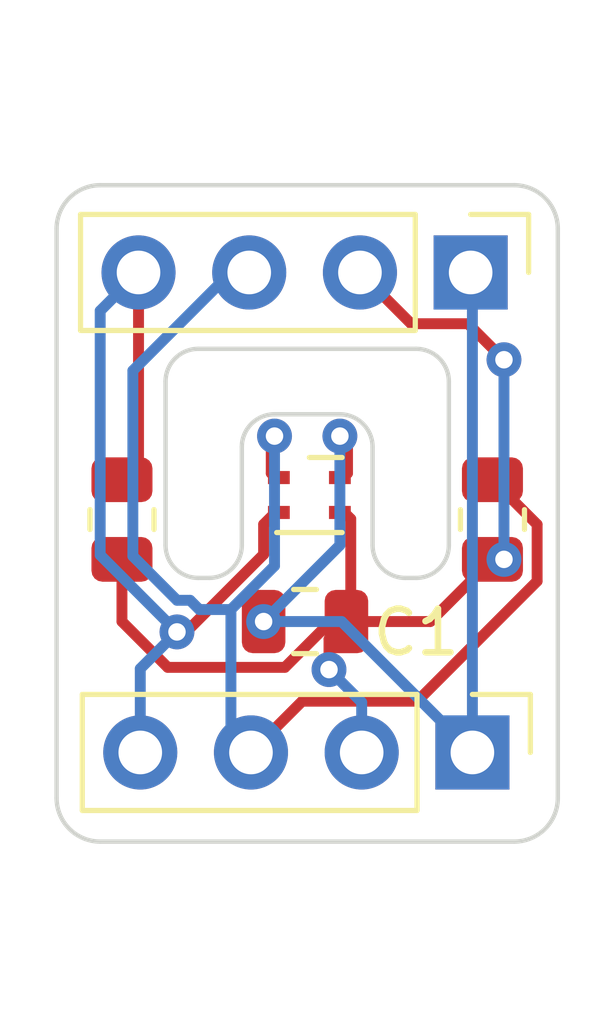
<source format=kicad_pcb>
(kicad_pcb (version 20221018) (generator pcbnew)
  (layers (0 "F.Cu" signal) (31 "B.Cu" signal) (34 "B.Paste" user) (35 "F.Paste" user) (36 "B.SilkS" user "B.Silkscreen") (37 "F.SilkS" user "F.Silkscreen") (38 "B.Mask" user) (39 "F.Mask" user) (44 "Edge.Cuts" user))
  (net 0 "")
  (net 1 "+3V3")
  (net 2 "GND")
  (net 3 "/SDA")
  (net 4 "/SCL")
  (footprint "Connector_PinHeader_2.54mm:PinHeader_1x04_P2.54mm_Vertical" (layer "F.Cu") (at 156.25 90.75 -90)
    (fp_text reference "J1")
    (fp_text value "Conn_01x04_Pin")
    (fp_line (start -1.33 -1.33) (end 0 -1.33) (stroke (width 0.12)) (layer "F.SilkS"))
    (fp_line (start -1.33 0) (end -1.33 -1.33) (stroke (width 0.12)) (layer "F.SilkS"))
    (fp_line (start -1.33 1.27) (end -1.33 8.95) (stroke (width 0.12)) (layer "F.SilkS"))
    (fp_line (start -1.33 1.27) (end 1.33 1.27) (stroke (width 0.12)) (layer "F.SilkS"))
    (fp_line (start -1.33 8.95) (end 1.33 8.95) (stroke (width 0.12)) (layer "F.SilkS"))
    (fp_line (start 1.33 1.27) (end 1.33 8.95) (stroke (width 0.12)) (layer "F.SilkS"))
    (pad "1" thru_hole rect (at 0 0 270) (size 1.7 1.7) (drill 1) (layers "*.Cu" "*.Mask") (net 2 "GND"))
    (pad "2" thru_hole oval (at 0 2.54 270) (size 1.7 1.7) (drill 1) (layers "*.Cu" "*.Mask") (net 1 "+3V3"))
    (pad "3" thru_hole oval (at 0 5.08 270) (size 1.7 1.7) (drill 1) (layers "*.Cu" "*.Mask") (net 3 "/SDA"))
    (pad "4" thru_hole oval (at 0 7.62 270) (size 1.7 1.7) (drill 1) (layers "*.Cu" "*.Mask") (net 4 "/SCL"))
  )
  (footprint "Resistor_SMD:R_0805_2012Metric" (layer "F.Cu") (at 156.75 96.4125 90)
    (fp_text reference "R2")
    (fp_text value "10k")
    (fp_line (start -0.227064 -0.735) (end 0.227064 -0.735) (stroke (width 0.12)) (layer "F.SilkS"))
    (fp_line (start -0.227064 0.735) (end 0.227064 0.735) (stroke (width 0.12)) (layer "F.SilkS"))
    (pad "1" smd roundrect (at -0.9125 0 90) (size 1.025 1.4) (layers "F.Cu" "F.Paste" "F.Mask") (roundrect_rratio 0.243902) (net 1 "+3V3"))
    (pad "2" smd roundrect (at 0.9125 0 90) (size 1.025 1.4) (layers "F.Cu" "F.Paste" "F.Mask") (roundrect_rratio 0.243902) (net 3 "/SDA"))
  )
  (footprint "Connector_PinHeader_2.54mm:PinHeader_1x04_P2.54mm_Vertical" (layer "F.Cu") (at 156.29 101.75 -90)
    (fp_text reference "J2")
    (fp_text value "Conn_01x04_Pin")
    (fp_line (start -1.33 -1.33) (end 0 -1.33) (stroke (width 0.12)) (layer "F.SilkS"))
    (fp_line (start -1.33 0) (end -1.33 -1.33) (stroke (width 0.12)) (layer "F.SilkS"))
    (fp_line (start -1.33 1.27) (end -1.33 8.95) (stroke (width 0.12)) (layer "F.SilkS"))
    (fp_line (start -1.33 1.27) (end 1.33 1.27) (stroke (width 0.12)) (layer "F.SilkS"))
    (fp_line (start -1.33 8.95) (end 1.33 8.95) (stroke (width 0.12)) (layer "F.SilkS"))
    (fp_line (start 1.33 1.27) (end 1.33 8.95) (stroke (width 0.12)) (layer "F.SilkS"))
    (pad "1" thru_hole rect (at 0 0 270) (size 1.7 1.7) (drill 1) (layers "*.Cu" "*.Mask") (net 2 "GND"))
    (pad "2" thru_hole oval (at 0 2.54 270) (size 1.7 1.7) (drill 1) (layers "*.Cu" "*.Mask") (net 1 "+3V3"))
    (pad "3" thru_hole oval (at 0 5.08 270) (size 1.7 1.7) (drill 1) (layers "*.Cu" "*.Mask") (net 3 "/SDA"))
    (pad "4" thru_hole oval (at 0 7.62 270) (size 1.7 1.7) (drill 1) (layers "*.Cu" "*.Mask") (net 4 "/SCL"))
  )
  (footprint "Resistor_SMD:R_0805_2012Metric" (layer "F.Cu") (at 148.25 96.4125 90)
    (fp_text reference "R1")
    (fp_text value "10k")
    (fp_line (start -0.227064 -0.735) (end 0.227064 -0.735) (stroke (width 0.12)) (layer "F.SilkS"))
    (fp_line (start -0.227064 0.735) (end 0.227064 0.735) (stroke (width 0.12)) (layer "F.SilkS"))
    (pad "1" smd roundrect (at -0.9125 0 90) (size 1.025 1.4) (layers "F.Cu" "F.Paste" "F.Mask") (roundrect_rratio 0.243902) (net 1 "+3V3"))
    (pad "2" smd roundrect (at 0.9125 0 90) (size 1.025 1.4) (layers "F.Cu" "F.Paste" "F.Mask") (roundrect_rratio 0.243902) (net 4 "/SCL"))
  )
  (footprint "Capacitor_SMD:C_0805_2012Metric" (layer "F.Cu") (at 152.45 98.75 180)
    (fp_text reference "C1" (at -2.55 -0.25 180) (layer "F.SilkS"))
    (fp_text value "0.1uF")
    (fp_line (start -0.261252 -0.735) (end 0.261252 -0.735) (stroke (width 0.12)) (layer "F.SilkS"))
    (fp_line (start -0.261252 0.735) (end 0.261252 0.735) (stroke (width 0.12)) (layer "F.SilkS"))
    (pad "1" smd roundrect (at -0.95 0 180) (size 1 1.45) (layers "F.Cu" "F.Paste" "F.Mask") (net 1 "+3V3"))
    (pad "2" smd roundrect (at 0.95 0 180) (size 1 1.45) (layers "F.Cu" "F.Paste" "F.Mask") (net 2 "GND"))
  )
  (footprint "Sensor_Humidity:Sensirion_DFN-4_1.5x1.5mm_P0.8mm_SHT4x_NoCentralPad" (layer "F.Cu") (at 152.55 95.85)
    (fp_text reference "U1")
    (fp_text value "SHT4x")
    (fp_line (start -0.75 0.86) (end 0.75 0.86) (stroke (width 0.12)) (layer "F.SilkS"))
    (fp_line (start 0 -0.86) (end 0.75 -0.86) (stroke (width 0.12)) (layer "F.SilkS"))
    (pad "1" smd rect (at -0.7 -0.4) (size 0.5 0.3) (layers "F.Cu" "F.Paste" "F.Mask") (net 3 "/SDA"))
    (pad "2" smd rect (at -0.7 0.4) (size 0.5 0.3) (layers "F.Cu" "F.Paste" "F.Mask") (net 4 "/SCL"))
    (pad "3" smd rect (at 0.7 0.4) (size 0.5 0.3) (layers "F.Cu" "F.Paste" "F.Mask") (net 1 "+3V3"))
    (pad "4" smd rect (at 0.7 -0.4) (size 0.5 0.3) (layers "F.Cu" "F.Paste" "F.Mask") (net 2 "GND"))
  )
  (gr_arc (start 155.75 97) (mid 155.53033 97.53033) (end 155 97.75) (stroke (width 0.1)) (layer "Edge.Cuts"))
  (gr_line (start 149.25 97) (end 149.25 93.25) (stroke (width 0.1)) (layer "Edge.Cuts"))
  (gr_arc (start 151 97) (mid 150.78033 97.53033) (end 150.25 97.75) (stroke (width 0.1)) (layer "Edge.Cuts"))
  (gr_line (start 150 92.5) (end 155 92.5) (stroke (width 0.1)) (layer "Edge.Cuts"))
  (gr_line (start 146.75 102.792893) (end 146.75 89.75) (stroke (width 0.1)) (layer "Edge.Cuts"))
  (gr_line (start 158.25 89.75) (end 158.25 102.792893) (stroke (width 0.1)) (layer "Edge.Cuts"))
  (gr_line (start 150 97.75) (end 150.25 97.75) (stroke (width 0.1)) (layer "Edge.Cuts"))
  (gr_arc (start 149.25 93.25) (mid 149.46967 92.71967) (end 150 92.5) (stroke (width 0.1)) (layer "Edge.Cuts"))
  (gr_line (start 155.75 93.25) (end 155.75 97) (stroke (width 0.1)) (layer "Edge.Cuts"))
  (gr_arc (start 153.25 94) (mid 153.78033 94.21967) (end 154 94.75) (stroke (width 0.1)) (layer "Edge.Cuts"))
  (gr_line (start 151 94.75) (end 151 97) (stroke (width 0.1)) (layer "Edge.Cuts"))
  (gr_arc (start 157.25 88.75) (mid 157.957107 89.042893) (end 158.25 89.75) (stroke (width 0.1)) (layer "Edge.Cuts"))
  (gr_arc (start 158.25 102.792893) (mid 157.957107 103.5) (end 157.25 103.792893) (stroke (width 0.1)) (layer "Edge.Cuts"))
  (gr_arc (start 146.75 89.75) (mid 147.042893 89.042893) (end 147.75 88.75) (stroke (width 0.1)) (layer "Edge.Cuts"))
  (gr_arc (start 151 94.75) (mid 151.21967 94.21967) (end 151.75 94) (stroke (width 0.1)) (layer "Edge.Cuts"))
  (gr_line (start 155 97.75) (end 154.75 97.75) (stroke (width 0.1)) (layer "Edge.Cuts"))
  (gr_arc (start 154.75 97.75) (mid 154.21967 97.53033) (end 154 97) (stroke (width 0.1)) (layer "Edge.Cuts"))
  (gr_arc (start 147.75 103.792893) (mid 147.042893 103.5) (end 146.75 102.792893) (stroke (width 0.1)) (layer "Edge.Cuts"))
  (gr_line (start 157.25 103.792893) (end 147.75 103.792893) (stroke (width 0.1)) (layer "Edge.Cuts"))
  (gr_line (start 154 97) (end 154 94.75) (stroke (width 0.1)) (layer "Edge.Cuts"))
  (gr_line (start 147.75 88.75) (end 157.25 88.75) (stroke (width 0.1)) (layer "Edge.Cuts"))
  (gr_arc (start 155 92.5) (mid 155.53033 92.71967) (end 155.75 93.25) (stroke (width 0.1)) (layer "Edge.Cuts"))
  (gr_arc (start 150 97.75) (mid 149.46967 97.53033) (end 149.25 97) (stroke (width 0.1)) (layer "Edge.Cuts"))
  (gr_line (start 153.25 94) (end 151.75 94) (stroke (width 0.1)) (layer "Edge.Cuts"))
  (segment (start 156.25 91.925) (end 156.25 91.9855) (width 0.25) (layer "F.Cu") (net 1))
  (segment (start 156.25 91.9855) (end 157.0145 92.75) (width 0.25) (layer "F.Cu") (net 1))
  (segment (start 155.325 98.75) (end 153.4 98.75) (width 0.25) (layer "F.Cu") (net 1))
  (segment (start 151.988173 99.8) (end 153.5 98.288173) (width 0.25) (layer "F.Cu") (net 1))
  (segment (start 153 99.15) (end 153.4 98.75) (width 0.25) (layer "F.Cu") (net 1))
  (segment (start 154.885 91.925) (end 156.25 91.925) (width 0.25) (layer "F.Cu") (net 1))
  (segment (start 149.3 99.8) (end 151.988173 99.8) (width 0.25) (layer "F.Cu") (net 1))
  (segment (start 148.25 98.75) (end 149.3 99.8) (width 0.25) (layer "F.Cu") (net 1))
  (segment (start 153.35 96.25) (end 153.25 96.25) (width 0.25) (layer "F.Cu") (net 1))
  (segment (start 153.5 96.4) (end 153.35 96.25) (width 0.25) (layer "F.Cu") (net 1))
  (segment (start 153.5 98.288173) (end 153.5 96.4) (width 0.25) (layer "F.Cu") (net 1))
  (segment (start 153.71 90.75) (end 154.885 91.925) (width 0.25) (layer "F.Cu") (net 1))
  (segment (start 156.75 97.325) (end 155.325 98.75) (width 0.25) (layer "F.Cu") (net 1))
  (segment (start 148.25 97.325) (end 148.25 98.75) (width 0.25) (layer "F.Cu") (net 1))
  (segment (start 153 99.8505) (end 153 99.15) (width 0.25) (layer "F.Cu") (net 1))
  (via (at 157.0145 97.325) (size 0.8) (drill 0.4) (layers "F.Cu" "B.Cu") (net 1))
  (via (at 153 99.8505) (size 0.8) (drill 0.4) (layers "F.Cu" "B.Cu") (net 1))
  (via (at 157.0145 92.75) (size 0.8) (drill 0.4) (layers "F.Cu" "B.Cu") (net 1))
  (segment (start 153.75 100.6005) (end 153.75 101.75) (width 0.25) (layer "B.Cu") (net 1))
  (segment (start 153 99.8505) (end 153.75 100.6005) (width 0.25) (layer "B.Cu") (net 1))
  (segment (start 157.0145 92.75) (end 157.0145 97.325) (width 0.25) (layer "B.Cu") (net 1))
  (segment (start 153.425 94.675) (end 153.25 94.5) (width 0.25) (layer "F.Cu") (net 2))
  (segment (start 153.425 95.351778) (end 153.425 94.675) (width 0.25) (layer "F.Cu") (net 2))
  (segment (start 153.25 95.45) (end 153.326778 95.45) (width 0.25) (layer "F.Cu") (net 2))
  (segment (start 153.326778 95.45) (end 153.425 95.351778) (width 0.25) (layer "F.Cu") (net 2))
  (via (at 151.5 98.75) (size 0.8) (drill 0.4) (layers "F.Cu" "B.Cu") (net 2))
  (via (at 153.25 94.5) (size 0.8) (drill 0.4) (layers "F.Cu" "B.Cu") (net 2))
  (segment (start 153.25 94.5) (end 153.25 97) (width 0.25) (layer "B.Cu") (net 2))
  (segment (start 153.25 97) (end 151.5 98.75) (width 0.25) (layer "B.Cu") (net 2))
  (segment (start 153.29 98.75) (end 156.29 101.75) (width 0.25) (layer "B.Cu") (net 2))
  (segment (start 156.29 90.79) (end 156.25 90.75) (width 0.25) (layer "B.Cu") (net 2))
  (segment (start 156.29 101.75) (end 156.29 90.79) (width 0.25) (layer "B.Cu") (net 2))
  (segment (start 151.5 98.75) (end 153.29 98.75) (width 0.25) (layer "B.Cu") (net 2))
  (segment (start 151.675 94.575) (end 151.75 94.5) (width 0.25) (layer "F.Cu") (net 3))
  (segment (start 151.85 95.45) (end 151.773222 95.45) (width 0.25) (layer "F.Cu") (net 3))
  (segment (start 152.385 100.575) (end 151.21 101.75) (width 0.25) (layer "F.Cu") (net 3))
  (segment (start 156.75 95.5) (end 157.775 96.525) (width 0.25) (layer "F.Cu") (net 3))
  (segment (start 151.675 95.351778) (end 151.675 94.575) (width 0.25) (layer "F.Cu") (net 3))
  (segment (start 155.025673 100.575) (end 152.385 100.575) (width 0.25) (layer "F.Cu") (net 3))
  (segment (start 151.773222 95.45) (end 151.675 95.351778) (width 0.25) (layer "F.Cu") (net 3))
  (segment (start 157.775 97.825673) (end 155.025673 100.575) (width 0.25) (layer "F.Cu") (net 3))
  (segment (start 157.775 96.525) (end 157.775 97.825673) (width 0.25) (layer "F.Cu") (net 3))
  (via (at 151.75 94.5) (size 0.8) (drill 0.4) (layers "F.Cu" "B.Cu") (net 3))
  (segment (start 149.512701 98.262701) (end 149.812604 98.262701) (width 0.25) (layer "B.Cu") (net 3))
  (segment (start 151.75 97.474695) (end 150.75 98.474695) (width 0.25) (layer "B.Cu") (net 3))
  (segment (start 151.17 90.75) (end 150.75 90.75) (width 0.25) (layer "B.Cu") (net 3))
  (segment (start 150.75 101.29) (end 151.21 101.75) (width 0.25) (layer "B.Cu") (net 3))
  (segment (start 150.75 98.474695) (end 150.75 101.29) (width 0.25) (layer "B.Cu") (net 3))
  (segment (start 150.024598 98.474695) (end 150.75 98.474695) (width 0.25) (layer "B.Cu") (net 3))
  (segment (start 148.5 93) (end 148.5 97.25) (width 0.25) (layer "B.Cu") (net 3))
  (segment (start 151.75 94.5) (end 151.75 97.474695) (width 0.25) (layer "B.Cu") (net 3))
  (segment (start 150.75 90.75) (end 148.5 93) (width 0.25) (layer "B.Cu") (net 3))
  (segment (start 148.5 97.25) (end 149.512701 98.262701) (width 0.25) (layer "B.Cu") (net 3))
  (segment (start 149.812604 98.262701) (end 150.024598 98.474695) (width 0.25) (layer "B.Cu") (net 3))
  (segment (start 149.724126 98.987701) (end 151.5 97.211827) (width 0.25) (layer "F.Cu") (net 4))
  (segment (start 151.5 96.523222) (end 151.773222 96.25) (width 0.25) (layer "F.Cu") (net 4))
  (segment (start 148.63 95.12) (end 148.25 95.5) (width 0.25) (layer "F.Cu") (net 4))
  (segment (start 151.5 97.211827) (end 151.5 96.523222) (width 0.25) (layer "F.Cu") (net 4))
  (segment (start 149.512299 98.987701) (end 149.724126 98.987701) (width 0.25) (layer "F.Cu") (net 4))
  (segment (start 151.773222 96.25) (end 151.85 96.25) (width 0.25) (layer "F.Cu") (net 4))
  (segment (start 148.63 90.75) (end 148.63 95.12) (width 0.25) (layer "F.Cu") (net 4))
  (via (at 149.512299 98.987701) (size 0.8) (drill 0.4) (layers "F.Cu" "B.Cu") (net 4))
  (segment (start 149.512299 98.987701) (end 148.67 99.83) (width 0.25) (layer "B.Cu") (net 4))
  (segment (start 147.75 91.63) (end 148.63 90.75) (width 0.25) (layer "B.Cu") (net 4))
  (segment (start 148.67 99.83) (end 148.67 101.75) (width 0.25) (layer "B.Cu") (net 4))
  (segment (start 149.512299 98.987701) (end 147.75 97.225402) (width 0.25) (layer "B.Cu") (net 4))
  (segment (start 147.75 97.225402) (end 147.75 91.63) (width 0.25) (layer "B.Cu") (net 4))
)
</source>
